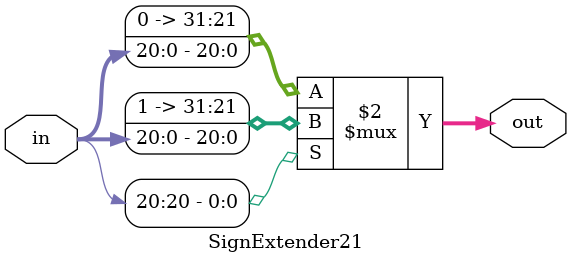
<source format=v>
module SignExtender12 (
	input wire [11:0] in,
	output wire [31:0] out
	);

	assign out = in[11] ? {20'b11111111111111111111, in} : in;
endmodule

module SignExtender13 (
	input wire [12:0] in,
	output wire [31:0] out
	);

	assign out = in[12] ? {19'b1111111111111111111, in} : in;
endmodule


module SignExtender21 (
	input wire [20:0] in,
	output wire [31:0] out
	);

	assign out = in[20] ? {11'b11111111111, in} : in;
endmodule


</source>
